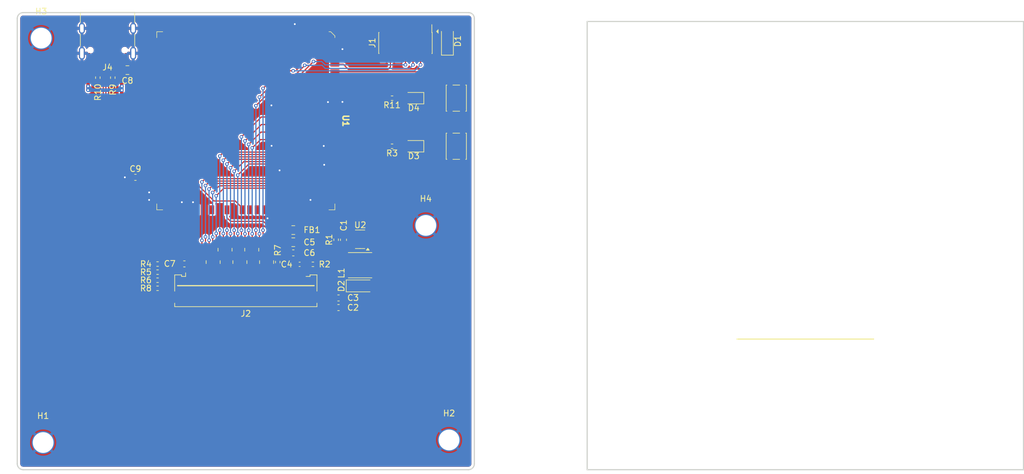
<source format=kicad_pcb>
(kicad_pcb (version 20240108) (generator "pcbnew") (generator_version "8.0")
  (layers (0 "F.Cu" signal) (31 "B.Cu" signal) (34 "B.Paste" user) (35 "F.Paste" user) (36 "B.SilkS" user "B.Silkscreen") (37 "F.SilkS" user "F.Silkscreen") (38 "B.Mask" user) (39 "F.Mask" user) (44 "Edge.Cuts" user))
  (net 0 "")
  (net 1 "+5V")
  (net 2 "GND")
  (net 3 "/LED_A")
  (net 4 "/LED_K")
  (net 5 "Net-(D1-A)")
  (net 6 "Net-(D2-A)")
  (net 7 "/LCD_G7")
  (net 8 "/LCD_B4")
  (net 9 "/LCD_TP_INT")
  (net 10 "/LCD_G6")
  (net 11 "/LCD_R4")
  (net 12 "/LCD_CLK")
  (net 13 "/LCD_DE")
  (net 14 "/LCD_G4")
  (net 15 "/LCD_G5")
  (net 16 "/LCD_TP_SCL")
  (net 17 "/LCD_HSYNC")
  (net 18 "/LCD_TP_RST")
  (net 19 "/LCD_R5")
  (net 20 "/LCD_G2")
  (net 21 "/LCD_R7")
  (net 22 "+3V3")
  (net 23 "/LCD_B3")
  (net 24 "/LCD_G3")
  (net 25 "/LCD_R6")
  (net 26 "/LCD_TP_SDA")
  (net 27 "/LCD_B6")
  (net 28 "/LCD_VSYNC")
  (net 29 "/LCD_RST")
  (net 30 "/LCD_SPI_CS")
  (net 31 "/LCD_SPI_CLK")
  (net 32 "/LCD_B5")
  (net 33 "/LCD_R3")
  (net 34 "/LCD_SPI_DAT")
  (net 35 "/LCD_B7")
  (net 36 "/SWO")
  (net 37 "/SWDIO")
  (net 38 "/SWCLK")
  (net 39 "/RESET")
  (net 40 "/VCP_RX")
  (net 41 "/VCP_TX")
  (net 42 "/LCD_BLK")
  (net 43 "/BOOT0")
  (net 46 "/USB_DP")
  (net 56 "VBAT")
  (net 58 "/USB_DN")
  (net 74 "/USB_VBUS_DET")
  (net 80 "/G5")
  (net 81 "/G6")
  (net 82 "/B3")
  (net 83 "/G7")
  (net 84 "/B4")
  (net 85 "/B6")
  (net 86 "/B5")
  (net 87 "/B7")
  (net 88 "/G3")
  (net 89 "/G2")
  (net 90 "/R7")
  (net 91 "/G4")
  (net 92 "/R4")
  (net 93 "/R3")
  (net 94 "/R5")
  (net 95 "/R6")
  (net 96 "/R2")
  (net 97 "/G1")
  (net 98 "/R1")
  (net 99 "/G0")
  (net 100 "/B2")
  (net 101 "/B1")
  (net 102 "/R0")
  (net 103 "/B0")
  (net 109 "Net-(RN4-R1.2)")
  (net 110 "Net-(RN4-R2.2)")
  (net 111 "Net-(RN4-R4.2)")
  (net 112 "Net-(RN4-R3.2)")
  (net 113 "VDD_LCD")
  (net 114 "Net-(J4-CC2)")
  (net 115 "VBUS")
  (net 118 "Net-(J4-CC1)")
  (net 119 "Net-(D3-A)")
  (net 120 "Net-(D4-A)")
  (net 121 "/LED0")
  (net 122 "/LED1")
  (footprint "Capacitor_SMD:C_0603_1608Metric" (layer "F.Cu") (at 160.1705 106.9594)
    (property "Reference" "C3")
    (property "Value" "1u")
  )
  (footprint "Capacitor_SMD:C_0603_1608Metric" (layer "F.Cu") (at 160.1705 108.585)
    (property "Reference" "C2")
    (property "Value" "1u")
  )
  (footprint "Button_Switch_SMD:SW_SPST_PTS810" (layer "F.Cu") (at 180.0098 81.407 90)
    (property "Reference" "SW1" (hide yes))
    (property "Value" "BOOT0")
  )
  (footprint "Capacitor_SMD:C_0603_1608Metric" (layer "F.Cu") (at 152.5524 99.3648)
    (property "Reference" "C6")
    (property "Value" "100n")
  )
  (footprint "MountingHole:MountingHole_3.5mm_Pad_TopOnly" (layer "F.Cu") (at 110.0836 63.1952)
    (property "Reference" "H3")
    (property "Value" "MountingHole_Pad")
  )
  (footprint "Resistor_SMD:R_0402_1005Metric" (layer "F.Cu") (at 122.1486 69.85 90)
    (property "Reference" "R9")
    (property "Value" "5K1")
  )
  (footprint "Package_TO_SOT_SMD:SOT-23-5" (layer "F.Cu") (at 163.8046 97.0788 180)
    (property "Reference" "U2")
    (property "Value" "TPS61169")
  )
  (footprint "MountingHole:MountingHole_3.5mm_Pad_TopOnly" (layer "F.Cu") (at 178.7906 130.8862)
    (property "Reference" "H2")
    (property "Value" "MountingHole_Pad")
  )
  (footprint "Resistor_SMD:R_0402_1005Metric" (layer "F.Cu") (at 129.6924 102.607533)
    (property "Reference" "R5")
    (property "Value" "2K2")
  )
  (footprint "Capacitor_SMD:C_0603_1608Metric" (layer "F.Cu") (at 134.2072 101.219 180)
    (property "Reference" "C7")
    (property "Value" "100n")
  )
  (footprint "Resistor_SMD:R_0402_1005Metric" (layer "F.Cu") (at 169.1914 73.3044 180)
    (property "Reference" "R11")
    (property "Value" "2K")
  )
  (footprint "Capacitor_SMD:C_0402_1005Metric" (layer "F.Cu") (at 153.6192 101.2952 180)
    (property "Reference" "C4")
    (property "Value" "100n")
  )
  (footprint "Resistor_SMD:R_0402_1005Metric" (layer "F.Cu") (at 129.6924 105.3338)
    (property "Reference" "R8")
    (property "Value" "10K")
  )
  (footprint "Button_Switch_SMD:SW_SPST_PTS810" (layer "F.Cu") (at 180.0098 73.3044 90)
    (property "Reference" "SW2" (hide yes))
    (property "Value" "RST")
  )
  (footprint "Resistor_SMD:R_0402_1005Metric" (layer "F.Cu") (at 129.6924 101.2444)
    (property "Reference" "R4")
    (property "Value" "10K")
  )
  (footprint "Inductor_SMD:L_Abracon_ASPI-4030S" (layer "F.Cu") (at 163.8046 101.4476)
    (property "Reference" "L1")
    (property "Value" "6.8u")
  )
  (footprint "Capacitor_SMD:C_0805_2012Metric" (layer "F.Cu") (at 152.5524 97.5721)
    (property "Reference" "C5")
    (property "Value" "10u")
  )
  (footprint "Capacitor_SMD:C_0603_1608Metric" (layer "F.Cu") (at 161.0087 97.1663 90)
    (property "Reference" "C1")
    (property "Value" "10u")
  )
  (footprint "MountingHole:MountingHole_3.5mm_Pad_TopOnly" (layer "F.Cu") (at 110.4138 131.318)
    (property "Reference" "H1")
    (property "Value" "MountingHole_Pad")
  )
  (footprint "Connector_PinHeader_1.27mm:PinHeader_2x07_P1.27mm_Vertical_SMD" (layer "F.Cu") (at 171.45 64.0128 -90)
    (property "Reference" "J1")
    (property "Value" "SWD")
  )
  (footprint "Resistor_SMD:R_Array_Convex_4x0402" (layer "F.Cu") (at 145.5572 98.8314 90)
    (property "Reference" "RN5" (hide yes))
    (property "Value" "22")
  )
  (footprint "Resistor_SMD:R_0402_1005Metric" (layer "F.Cu") (at 159.7641 97.155 90)
    (property "Reference" "R1")
    (property "Value" "10K")
  )
  (footprint "Diode_SMD:D_SOD-123" (layer "F.Cu") (at 178.5112 63.7032 90)
    (property "Reference" "D1")
    (property "Value" "NSR0320MW2T1G")
  )
  (footprint "Resistor_SMD:R_0402_1005Metric" (layer "F.Cu") (at 119.634 69.85 90)
    (property "Reference" "R10")
    (property "Value" "5K1")
  )
  (footprint "LED_SMD:LED_0805_2012Metric" (layer "F.Cu") (at 172.8514 73.3044 180)
    (property "Reference" "D4")
    (property "Value" "LED")
  )
  (footprint "Resistor_SMD:R_Array_Convex_4x0402" (layer "F.Cu") (at 143.5572 100.9222 90)
    (property "Reference" "RN3" (hide yes))
    (property "Value" "22")
  )
  (footprint "Capacitor_SMD:C_0603_1608Metric" (layer "F.Cu") (at 125.9586 86.6394 180)
    (property "Reference" "C9")
    (property "Value" "100n")
  )
  (footprint "Capacitor_SMD:C_0805_2012Metric" (layer "F.Cu") (at 152.5524 95.5294 180)
    (property "Reference" "FB1")
    (property "Value" "600R/100MHz")
  )
  (footprint "LED_SMD:LED_0805_2012Metric" (layer "F.Cu") (at 172.8514 81.407 180)
    (property "Reference" "D3")
    (property "Value" "LED")
  )
  (footprint "Resistor_SMD:R_0402_1005Metric" (layer "F.Cu") (at 155.8544 101.2952)
    (property "Reference" "R2")
    (property "Value" "6.8R")
  )
  (footprint "Resistor_SMD:R_0402_1005Metric" (layer "F.Cu") (at 149.9362 100.9142 -90)
    (property "Reference" "R7")
    (property "Value" "10K")
  )
  (footprint "Resistor_SMD:R_0402_1005Metric" (layer "F.Cu") (at 129.6924 103.970666)
    (property "Reference" "R6")
    (property "Value" "2K2")
  )
  (footprint "Capacitor_SMD:C_0805_2012Metric" (layer "F.Cu") (at 124.6116 68.58)
    (property "Reference" "C8")
    (property "Value" "4u7")
  )
  (footprint "siplex:siplex-som-s16" (layer "F.Cu") (at 144.5572 77.1144 -90)
    (property "Reference" "U1")
    (property "Value" "siplex-som-s16")
  )
  (footprint "Resistor_SMD:R_0402_1005Metric" (layer "F.Cu") (at 169.1914 81.407 180)
    (property "Reference" "R3")
    (property "Value" "2K")
  )
  (footprint "Diode_SMD:D_SOD-123" (layer "F.Cu") (at 163.8271 104.9274)
    (property "Reference" "D2")
    (property "Value" "MBR0540")
  )
  (footprint "Connector_FFC-FPC:Omron_XF2M-4015-1A_1x40-1MP_P0.5mm_Horizontal" (layer "F.Cu") (at 144.5572 104.9754)
    (property "Reference" "J2")
    (property "Value" "Conn_01x40_MountingPin")
  )
  (footprint "Connector_USB:USB_C_Receptacle_G-Switch_GT-USB-7010ASV" (layer "F.Cu") (at 121.2616 62.6192 180)
    (property "Reference" "J4")
    (property "Value" "USB_C_Receptacle_USB2.0_16P")
  )
  (footprint "Resistor_SMD:R_Array_Convex_4x0402" (layer "F.Cu") (at 148.0572 100.9222 90)
    (property "Reference" "RN4" (hide yes))
    (property "Value" "22")
  )
  (footprint "Resistor_SMD:R_Array_Convex_4x0402" (layer "F.Cu") (at 139.0572 100.9222 90)
    (property "Reference" "RN1" (hide yes))
    (property "Value" "22")
  )
  (footprint "MountingHole:MountingHole_3.5mm_Pad_TopOnly" (layer "F.Cu") (at 174.879 94.742)
    (property "Reference" "H4")
    (property "Value" "MountingHole_Pad")
  )
  (footprint "Resistor_SMD:R_Array_Convex_4x0402" (layer "F.Cu") (at 141.0572 98.8314 90)
    (property "Reference" "RN2" (hide yes))
    (property "Value" "22")
  )
  (gr_line (start 227.3072 113.89) (end 250.3072 113.89) (stroke (width 0.2)) (layer "F.SilkS"))
  (gr_poly (pts (xy 177.0126 62.4692) (xy 177.0126 61.6564) (xy 176.6062 62.0628)) (fill solid) (layer "F.SilkS"))
  (gr_line (start 133.0572 104.89) (end 156.0572 104.89) (stroke (width 0.2)) (layer "F.SilkS"))
  (gr_line (start 183.0572 59.89) (end 183.0572 134.89) (stroke (width 0.2)) (layer "Edge.Cuts"))
  (gr_line (start 275.5572 60.39) (end 275.5572 135.89) (stroke (width 0.2)) (layer "Edge.Cuts"))
  (gr_arc (start 183.0572 134.89) (mid 182.764307 135.597107) (end 182.0572 135.89) (stroke (width 0.2)) (layer "Edge.Cuts"))
  (gr_line (start 182.0572 135.89) (end 107.0572 135.89) (stroke (width 0.2)) (layer "Edge.Cuts"))
  (gr_arc (start 107.0572 135.89) (mid 106.350093 135.597107) (end 106.0572 134.89) (stroke (width 0.2)) (layer "Edge.Cuts"))
  (gr_line (start 275.5572 135.89) (end 202.0572 135.89) (stroke (width 0.2)) (layer "Edge.Cuts"))
  (gr_arc (start 106.0572 59.89) (mid 106.350093 59.182893) (end 107.0572 58.89) (stroke (width 0.2)) (layer "Edge.Cuts"))
  (gr_line (start 275.5572 60.39) (end 202.0572 60.39) (stroke (width 0.2)) (layer "Edge.Cuts"))
  (gr_line (start 106.0572 59.89) (end 106.0572 134.89) (stroke (width 0.2)) (layer "Edge.Cuts"))
  (gr_line (start 182.0572 58.89) (end 107.0572 58.89) (stroke (width 0.2)) (layer "Edge.Cuts"))
  (gr_line (start 202.0572 60.39) (end 202.0572 135.89) (stroke (width 0.2)) (layer "Edge.Cuts"))
  (gr_arc (start 182.0572 58.89) (mid 182.764307 59.182893) (end 183.0572 59.89) (stroke (width 0.2)) (layer "Edge.Cuts"))
  (via (at 148.8948 81.3308) (size 0.6) (drill 0.3) (layers "F.Cu" "B.Cu") (net 2))
  (via (at 133.7818 90.8304) (size 0.6) (drill 0.3) (layers "F.Cu" "B.Cu") (net 2))
  (via (at 128.27 90.4494) (size 0.6) (drill 0.3) (layers "F.Cu" "B.Cu") (net 2))
  (via (at 160.8328 73.9394) (size 0.6) (drill 0.3) (layers "F.Cu" "B.Cu") (net 2))
  (via (at 124.1806 86.6394) (size 0.6) (drill 0.3) (layers "F.Cu" "B.Cu") (net 2))
  (via (at 158.3944 73.9648) (size 0.6) (drill 0.3) (layers "F.Cu" "B.Cu") (net 2))
  (via (at 155.448 90.4494) (size 0.6) (drill 0.3) (layers "F.Cu" "B.Cu") (net 2))
  (via (at 160.8328 65.0494) (size 0.6) (drill 0.3) (layers "F.Cu" "B.Cu") (net 2))
  (via (at 150.241 85.471) (size 0.6) (drill 0.3) (layers "F.Cu" "B.Cu") (net 2))
  (via (at 128.27 89.1794) (size 0.6) (drill 0.3) (layers "F.Cu" "B.Cu") (net 2))
  (via (at 135.6614 90.8304) (size 0.6) (drill 0.3) (layers "F.Cu" "B.Cu") (net 2))
  (via (at 157.6832 81.3562) (size 0.6) (drill 0.3) (layers "F.Cu" "B.Cu") (net 2))
  (via (at 157.7594 84.5312) (size 0.6) (drill 0.3) (layers "F.Cu" "B.Cu") (net 2))
  (via (at 152.8064 60.833) (size 0.6) (drill 0.3) (layers "F.Cu" "B.Cu") (net 2))
  (via (at 148.209 93.5482) (size 0.6) (drill 0.3) (layers "F.Cu" "B.Cu") (net 2))
  (via (at 148.8694 74.5236) (size 0.6) (drill 0.3) (layers "F.Cu" "B.Cu") (net 2))
  (segment (start 153.8072 101.5872) (end 154.0992 101.2952) (width 0.25) (layer "F.Cu") (net 4))
  (segment (start 153.8072 103.8504) (end 153.8072 102.9254) (width 0.25) (layer "F.Cu") (net 4))
  (segment (start 154.0992 101.2952) (end 155.3444 101.2952) (width 0.25) (layer "F.Cu") (net 4))
  (segment (start 153.8072 102.9254) (end 153.8072 101.5872) (width 0.25) (layer "F.Cu") (net 4))
  (segment (start 153.3072 102.9254) (end 153.3072 103.828) (width 0.25) (layer "F.Cu") (net 4))
  (segment (start 153.3072 103.828) (end 153.4668 103.9876) (width 0.25) (layer "F.Cu") (net 4))
  (segment (start 153.4668 103.9876) (end 153.67 103.9876) (width 0.25) (layer "F.Cu") (net 4))
  (segment (start 153.67 103.9876) (end 153.8072 103.8504) (width 0.25) (layer "F.Cu") (net 4))
  (segment (start 140.8072 100.463543) (end 140.8072 99.3314) (width 0.2) (layer "F.Cu") (net 7))
  (segment (start 141.3072 100.963543) (end 140.8072 100.463543) (width 0.2) (layer "F.Cu") (net 7))
  (segment (start 141.3072 102.9254) (end 141.3072 100.963543) (width 0.2) (layer "F.Cu") (net 7))
  (segment (start 145.8072 102.9254) (end 145.8072 99.3314) (width 0.2) (layer "F.Cu") (net 8))
  (segment (start 130.2024 105.3338) (end 135.8646 105.3338) (width 0.2) (layer "F.Cu") (net 9))
  (segment (start 137.3072 103.8912) (end 137.3072 102.9254) (width 0.2) (layer "F.Cu") (net 9))
  (segment (start 135.8646 105.3338) (end 137.3072 103.8912) (width 0.2) (layer "F.Cu") (net 9))
  (segment (start 141.3072 100.397857) (end 141.3072 99.3314) (width 0.2) (layer "F.Cu") (net 10))
  (segment (start 141.8072 100.897857) (end 141.3072 100.397857) (width 0.2) (layer "F.Cu") (net 10))
  (segment (start 141.8072 102.9254) (end 141.8072 100.897857) (width 0.2) (layer "F.Cu") (net 10))
  (segment (start 139.8072 102.9254) (end 139.8072 101.4222) (width 0.2) (layer "F.Cu") (net 11))
  (segment (start 148.8072 102.9254) (end 148.8072 101.4222) (width 0.2) (layer "F.Cu") (net 12))
  (segment (start 148.3072 102.9254) (end 148.3072 101.4222) (width 0.2) (layer "F.Cu") (net 13))
  (segment (start 142.8072 102.9254) (end 142.8072 101.4222) (width 0.2) (layer "F.Cu") (net 14))
  (segment (start 142.3072 102.9254) (end 142.3072 100.832171) (width 0.2) (layer "F.Cu") (net 15))
  (segment (start 141.8072 100.332171) (end 141.8072 99.3314) (width 0.2) (layer "F.Cu") (net 15))
  (segment (start 142.3072 100.832171) (end 141.8072 100.332171) (width 0.2) (layer "F.Cu") (net 15))
  (segment (start 132.9056 104.5338) (end 130.979333 102.607533) (width 0.2) (layer "F.Cu") (net 16))
  (segment (start 136.3072 103.759828) (end 135.533228 104.5338) (width 0.2) (layer "F.Cu") (net 16))
  (segment (start 135.533228 104.5338) (end 132.9056 104.5338) (width 0.2) (layer "F.Cu") (net 16))
  (segment (start 130.979333 102.607533) (end 130.2024 102.607533) (width 0.2) (layer "F.Cu") (net 16))
  (segment (start 136.3072 102.9254) (end 136.3072 103.759828) (width 0.2) (layer "F.Cu") (net 16))
  (segment (start 147.3072 102.9254) (end 147.3072 101.4222) (width 0.2) (layer "F.Cu") (net 17))
  (segment (start 130.7592 101.2444) (end 133.6486 104.1338) (width 0.2) (layer "F.Cu") (net 18))
  (segment (start 130.2024 101.2444) (end 130.7592 101.2444) (width 0.2) (layer "F.Cu") (net 18))
  (segment (start 135.367542 104.1338) (end 135.8072 103.694142) (width 0.2) (layer "F.Cu") (net 18))
  (segment (start 135.8072 103.694142) (end 135.8072 102.9254) (width 0.2) (layer "F.Cu") (net 18))
  (segment (start 133.6486 104.1338) (end 135.367542 104.1338) (width 0.2) (layer "F.Cu") (net 18))
  (segment (start 139.3072 102.9254) (end 139.3072 101.4222) (width 0.2) (layer "F.Cu") (net 19))
  (segment (start 143.8072 102.9254) (end 143.8072 101.4222) (width 0.2) (layer "F.Cu") (net 20))
  (segment (start 138.3072 102.9254) (end 138.3072 101.4222) (width 0.2) (layer "F.Cu") (net 21))
  (segment (start 135.3072 102.9254) (end 135.3072 101.544) (width 0.25) (layer "F.Cu") (net 22))
  (segment (start 135.3072 101.544) (end 134.9822 101.219) (width 0.25) (layer "F.Cu") (net 22))
  (segment (start 146.3072 102.9254) (end 146.3072 99.3314) (width 0.2) (layer "F.Cu") (net 23))
  (segment (start 143.3072 102.9254) (end 143.3072 101.4222) (width 0.2) (layer "F.Cu") (net 24))
  (segment (start 138.8072 102.9254) (end 138.8072 101.4222) (width 0.2) (layer "F.Cu") (net 25))
  (segment (start 135.698914 104.9338) (end 136.8072 103.825514) (width 0.2) (layer "F.Cu") (net 26))
  (segment (start 131.77678 103.970666) (end 132.739914 104.9338) (width 0.2) (layer "F.Cu") (net 26))
  (segment (start 132.739914 104.9338) (end 135.698914 104.9338) (width 0.2) (layer "F.Cu") (net 26))
  (segment (start 136.8072 103.825514) (end 136.8072 102.9254) (width 0.2) (layer "F.Cu") (net 26))
  (segment (start 130.2024 103.970666) (end 131.77678 103.970666) (width 0.2) (layer "F.Cu") (net 26))
  (segment (start 144.8072 102.9254) (end 144.8072 99.3314) (width 0.2) (layer "F.Cu") (net 27))
  (segment (start 147.8072 102.9254) (end 147.8072 101.4222) (width 0.2) (layer "F.Cu") (net 28))
  (segment (start 151.4876 101.4242) (end 151.8072 101.7438) (width 0.2) (layer "F.Cu") (net 29))
  (segment (start 151.8072 101.7438) (end 151.8072 102.9254) (width 0.2) (layer "F.Cu") (net 29))
  (segment (start 149.9362 101.4242) (end 151.4876 101.4242) (width 0.2) (layer "F.Cu") (net 29))
  (segment (start 145.3072 102.9254) (end 145.3072 99.3314) (width 0.2) (layer "F.Cu") (net 32))
  (segment (start 140.3072 102.9254) (end 140.3072 99.3314) (width 0.2) (layer "F.Cu") (net 33))
  (segment (start 144.3072 102.9254) (end 144.3072 101.4222) (width 0.2) (layer "F.Cu") (net 35))
  (segment (start 139.192 90.6272) (end 142.785 90.6272) (width 0.2) (layer "F.Cu") (net 36))
  (segment (start 148.579671 69.6976) (end 136.5634 81.713871) (width 0.2) (layer "F.Cu") (net 36))
  (segment (start 136.5634 87.9986) (end 139.192 90.6272) (width 0.2) (layer "F.Cu") (net 36))
  (segment (start 155.956 67.1322) (end 153.3906 69.6976) (width 0.2) (layer "F.Cu") (net 36))
  (segment (start 136.5634 81.713871) (end 136.5634 87.9986) (width 0.2) (layer "F.Cu") (net 36))
  (segment (start 153.3906 69.6976) (end 148.579671 69.6976) (width 0.2) (layer "F.Cu") (net 36))
  (segment (start 171.45 65.9628) (end 171.45 67.691) (width 0.2) (layer "F.Cu") (net 36))
  (segment (start 143.9222 91.7644) (end 143.9222 92.1144) (width 0.2) (layer "F.Cu") (net 36))
  (segment (start 142.785 90.6272) (end 143.9222 91.7644) (width 0.2) (layer "F.Cu") (net 36))
  (via (at 155.956 67.1322) (size 0.6) (drill 0.3) (layers "F.Cu" "B.Cu") (net 36))
  (via (at 171.45 67.691) (size 0.6) (drill 0.3) (layers "F.Cu" "B.Cu") (net 36))
  (segment (start 171.45 67.691) (end 157.889843 67.691) (width 0.2) (layer "B.Cu") (net 36))
  (segment (start 157.331043 67.1322) (end 155.956 67.1322) (width 0.2) (layer "B.Cu") (net 36))
  (segment (start 157.889843 67.691) (end 157.331043 67.1322) (width 0.2) (layer "B.Cu") (net 36))
  (segment (start 148.4483 68.6976) (end 135.7634 81.3825) (width 0.2) (layer "F.Cu") (net 37))
  (segment (start 135.7634 81.3825) (end 135.7634 85.051315) (width 0.2) (layer "F.Cu") (net 37))
  (segment (start 135.7634 85.051315) (end 131.2222 89.592515) (width 0.2) (layer "F.Cu") (net 37))
  (segment (start 173.99 65.9628) (end 173.99 67.691) (width 0.2) (layer "F.Cu") (net 37))
  (segment (start 131.2222 89.592515) (end 131.2222 92.1144) (width 0.2) (layer "F.Cu") (net 37))
  (segment (start 152.5334 68.6976) (end 148.4483 68.6976) (width 0.2) (layer "F.Cu") (net 37))
  (via (at 173.99 67.691) (size 0.6) (drill 0.3) (layers "F.Cu" "B.Cu") (net 37))
  (via (at 152.5334 68.6976) (size 0.6) (drill 0.3) (layers "F.Cu" "B.Cu") (net 37))
  (segment (start 172.9834 68.6976) (end 173.99 67.691) (width 0.2) (layer "B.Cu") (net 37))
  (segment (start 152.5334 68.6976) (end 172.9834 68.6976) (width 0.2) (layer "B.Cu") (net 37))
  (segment (start 152.981929 69.2976) (end 148.413985 69.2976) (width 0.2) (layer "F.Cu") (net 38))
  (segment (start 148.413985 69.2976) (end 136.1634 81.548185) (width 0.2) (layer "F.Cu") (net 38))
  (segment (start 136.1634 85.217) (end 132.4922 88.8882) (width 0.2) (layer "F.Cu") (net 38))
  (segment (start 154.464935 67.814594) (end 152.981929 69.2976) (width 0.2) (layer "F.Cu") (net 38))
  (segment (start 172.72 65.9628) (end 172.72 67.691) (width 0.2) (layer "F.Cu") (net 38))
  (segment (start 154.464935 67.774735) (end 154.464935 67.814594) (width 0.2) (layer "F.Cu") (net 38))
  (segment (start 136.1634 81.548185) (end 136.1634 85.217) (width 0.2) (layer "F.Cu") (net 38))
  (segment (start 132.4922 88.8882) (end 132.4922 92.1144) (width 0.2) (layer "F.Cu") (net 38))
  (via (at 172.72 67.691) (size 0.6) (drill 0.3) (layers "F.Cu" "B.Cu") (net 38))
  (via (at 154.464935 67.774735) (size 0.6) (drill 0.3) (layers "F.Cu" "B.Cu") (net 38))
  (segment (start 157.930757 68.2976) (end 172.1134 68.2976) (width 0.2) (layer "B.Cu") (net 38))
  (segment (start 172.1134 68.2976) (end 172.72 67.691) (width 0.2) (layer "B.Cu") (net 38))
  (segment (start 157.407892 67.774735) (end 157.930757 68.2976) (width 0.2) (layer "B.Cu") (net 38))
  (segment (start 154.464935 67.774735) (end 157.407892 67.774735) (width 0.2) (layer "B.Cu") (net 38))
  (segment (start 168.91 64.389) (end 169.2402 64.0588) (width 0.2) (layer "F.Cu") (net 39))
  (segment (start 160.9598 67.5894) (end 161.8298 68.4594) (width 0.2) (layer "F.Cu") (net 39))
  (segment (start 180.2892 64.8462) (end 180.2892 68.9102) (width 0.2) (layer "F.Cu") (net 39))
  (segment (start 178.9348 70.2646) (end 178.9348 71.2294) (width 0.2) (layer "F.Cu") (net 39))
  (segment (start 179.5018 64.0588) (end 180.2892 64.8462) (width 0.2) (layer "F.Cu") (net 39))
  (segment (start 180.2892 68.9102) (end 178.9348 70.2646) (width 0.2) (layer "F.Cu") (net 39))
  (segment (start 159.5572 67.5894) (end 160.9598 67.5894) (width 0.2) (layer "F.Cu") (net 39))
  (segment (start 168.4972 68.4594) (end 168.91 68.0466) (width 0.2) (layer "F.Cu") (net 39))
  (segment (start 161.8298 68.4594) (end 168.4972 68.4594) (width 0.2) (layer "F.Cu") (net 39))
  (segment (start 178.9348 71.2294) (end 178.9348 75.3794) (width 0.2) (layer "F.Cu") (net 39))
  (segment (start 169.2402 64.0588) (end 179.5018 64.0588) (width 0.2) (layer "F.Cu") (net 39))
  (segment (start 168.91 68.0466) (end 168.91 65.9628) (width 0.2) (layer "F.Cu") (net 39))
  (segment (start 168.91 65.9628) (end 168.91 64.389) (width 0.2) (layer "F.Cu") (net 39))
  (segment (start 178.9348 77.03) (end 178.9348 79.332) (width 0.2) (layer "F.Cu") (net 43))
  (segment (start 159.5572 68.8594) (end 174.9298 68.8594) (width 0.2) (layer "F.Cu") (net 43))
  (segment (start 178.3098 76.405) (end 178.9348 77.03) (width 0.2) (layer "F.Cu") (net 43))
  (segment (start 178.9348 83.482) (end 178.9348 79.332) (width 0.2) (layer "F.Cu") (net 43))
  (segment (start 174.9298 68.8594) (end 178.3098 72.2394) (width 0.2) (layer "F.Cu") (net 43))
  (segment (start 178.3098 72.2394) (end 178.3098 76.405) (width 0.2) (layer "F.Cu") (net 43))
  (segment (start 136.3022 92.1144) (end 136.3022 93.239401) (width 0.2) (layer "F.Cu") (net 46))
  (segment (start 121.2404 65.2272) (end 121.5116 65.4984) (width 0.2) (layer "F.Cu") (net 46))
  (segment (start 120.7586 65.2272) (end 121.2404 65.2272) (width 0.2) (layer "F.Cu") (net 46))
  (segment (start 136.3022 93.239401) (end 135.8922 93.649401) (width 0.2) (layer "F.Cu") (net 46))
  (segment (start 120.5116 65.4742) (end 120.7586 65.2272) (width 0.2) (layer "F.Cu") (net 46))
  (segment (start 120.5116 67.274201) (end 120.5116 66.3442) (width 0.2) (layer "F.Cu") (net 46))
  (segment (start 120.5366 67.299201) (end 120.5116 67.274201) (width 0.2) (layer "F.Cu") (net 46))
  (segment (start 124.2906 96.3132) (end 120.5366 92.5592) (width 0.2) (layer "F.Cu") (net 46))
  (segment (start 120.5116 66.3442) (end 120.5116 65.4742) (width 0.2) (layer "F.Cu") (net 46))
  (segment (start 121.5116 65.4984) (end 121.5116 66.3442) (width 0.2) (layer "F.Cu") (net 46))
  (segment (start 135.8922 93.649401) (end 135.8922 94.9818) (width 0.2) (layer "F.Cu") (net 46))
  (segment (start 135.8922 94.9818) (end 134.5608 96.3132) (width 0.2) (layer "F.Cu") (net 46))
  (segment (start 134.5608 96.3132) (end 124.2906 96.3132) (width 0.2) (layer "F.Cu") (net 46))
  (segment (start 120.5366 92.5592) (end 120.5366 67.299201) (width 0.2) (layer "F.Cu") (net 46))
  (segment (start 123.098377 94.484577) (end 123.592059 94.978259) (width 0.2) (layer "F.Cu") (net 58))
  (segment (start 124.477 95.8632) (end 134.3744 95.8632) (width 0.2) (layer "F.Cu") (net 58))
  (segment (start 122.993724 94.379925) (end 123.098377 94.484577) (width 0.2) (layer "F.Cu") (net 58))
  (segment (start 123.592059 94.978259) (end 124.477 95.8632) (width 0.2) (layer "F.Cu") (net 58))
  (segment (start 121.0116 67.274201) (end 120.9866 67.299201) (width 0.2) (layer "F.Cu") (net 58))
  (segment (start 123.281965 93.673078) (end 122.993723 93.961317) (width 0.2) (layer "F.Cu") (net 58))
  (segment (start 120.9866 67.299201) (end 120.9866 92.3728) (width 0.2) (layer "F.Cu") (net 58))
  (segment (start 135.0322 93.239401) (end 135.0322 92.1144) (width 0.2) (layer "F.Cu") (net 58))
  (segment (start 121.0116 66.3442) (end 121.0116 67.274201) (width 0.2) (layer "F.Cu") (net 58))
  (segment (start 120.9866 92.3728) (end 122.051859 93.438059) (width 0.2) (layer "F.Cu") (net 58))
  (segment (start 123.177314 93.149819) (end 123.281965 93.25447) (width 0.2) (layer "F.Cu") (net 58))
  (segment (start 135.4422 94.7954) (end 135.4422 93.649401) (width 0.2) (layer "F.Cu") (net 58))
  (segment (start 121.828799 67.274201) (end 122.0116 67.0914) (width 0.2) (layer "F.Cu") (net 58))
  (segment (start 135.4422 93.649401) (end 135.0322 93.239401) (width 0.2) (layer "F.Cu") (net 58))
  (segment (start 122.0116 67.0914) (end 122.0116 66.3442) (width 0.2) (layer "F.Cu") (net 58))
  (segment (start 134.3744 95.8632) (end 135.4422 94.7954) (width 0.2) (layer "F.Cu") (net 58))
  (segment (start 121.0116 67.274201) (end 121.828799 67.274201) (width 0.2) (layer "F.Cu") (net 58))
  (segment (start 122.470467 93.43806) (end 122.758706 93.149818) (width 0.2) (layer "F.Cu") (net 58))
  (arc (start 122.051859 93.438059) (mid 122.261163 93.524755) (end 122.470467 93.43806) (width 0.2) (layer "F.Cu") (net 58))
  (arc (start 123.281965 93.25447) (mid 123.368661 93.463773) (end 123.281965 93.673078) (width 0.2) (layer "F.Cu") (net 58))
  (arc (start 122.993723 93.961317) (mid 122.907028 94.170621) (end 122.993724 94.379925) (width 0.2) (layer "F.Cu") (net 58))
  (arc (start 122.758706 93.149818) (mid 122.96801 93.063123) (end 123.177314 93.149819) (width 0.2) (layer "F.Cu") (net 58))
  (segment (start 141.8072 97.463542) (end 141.462929 97.119271) (width 0.2) (layer "F.Cu") (net 80))
  (segment (start 141.373 95.5582) (end 141.3764 95.5548) (width 0.2) (layer "F.Cu") (net 80))
  (segment (start 141.8072 98.3314) (end 141.8072 97.463542) (width 0.2) (layer "F.Cu") (net 80))
  (segment (start 151.823658 83.1976) (end 156.535458 87.9094) (width 0.2) (layer "F.Cu") (net 80))
  (segment (start 141.373 97.029342) (end 141.373 96.012) (width 0.2) (layer "F.Cu") (net 80))
  (segment (start 142.583 83.1976) (end 151.823658 83.1976) (width 0.2) (layer "F.Cu") (net 80))
  (segment (start 156.535458 87.9094) (end 159.5572 87.9094) (width 0.2) (layer "F.Cu") (net 80))
  (segment (start 141.373 96.012) (end 141.373 95.5582) (width 0.2) (layer "F.Cu") (net 80))
  (segment (start 141.3764 84.4042) (end 142.583 83.1976) (width 0.2) (layer "F.Cu") (net 80))
  (segment (start 141.462929 97.119271) (end 141.373 97.029342) (width 0.2) (layer "F.Cu") (net 80))
  (via (at 141.3764 95.5548) (size 0.6) (drill 0.3) (layers "F.Cu" "B.Cu") (net 80))
  (via (at 141.3764 84.4042) (size 0.6) (drill 0.3) (layers "F.Cu" "B.Cu") (net 80))
  (segment (start 141.3764 84.4042) (end 141.3764 95.5548) (width 0.2) (layer "B.Cu") (net 80))
  (segment (start 141.3072 97.529228) (end 140.926086 97.148114) (width 0.2) (layer "F.Cu") (net 81))
  (segment (start 141.7446 82.7976) (end 151.989344 82.7976) (width 0.2) (layer "F.Cu") (net 81))
  (segment (start 155.831144 86.6394) (end 159.5572 86.6394) (width 0.2) (layer "F.Cu") (net 81))
  (segment (start 141.3072 98.3314) (end 141.3072 97.529228) (width 0.2) (layer "F.Cu") (net 81))
  (segment (start 151.989344 82.7976) (end 155.831144 86.6394) (width 0.2) (layer "F.Cu") (net 81))
  (segment (start 140.926086 97.148114) (end 140.773 96.995028) (width 0.2) (layer "F.Cu") (net 81))
  (segment (start 140.773 96.995028) (end 140.773 96.1136) (width 0.2) (layer "F.Cu") (net 81))
  (segment (start 140.773 83.7692) (end 141.7446 82.7976) (width 0.2) (layer "F.Cu") (net 81))
  (via (at 140.773 83.7692) (size 0.6) (drill 0.3) (layers "F.Cu" "B.Cu") (net 81))
  (via (at 140.773 96.1136) (size 0.6) (drill 0.3) (layers "F.Cu" "B.Cu") (net 81))
  (segment (start 140.773 83.7692) (end 140.773 96.1136) (width 0.2) (layer "B.Cu") (net 81))
  (segment (start 147.031 80.2894) (end 159.5572 80.2894) (width 0.2) (layer "F.Cu") (net 82))
  (segment (start 146.3072 97.620142) (end 145.844429 97.157371) (width 0.2) (layer "F.Cu") (net 82))
  (segment (start 146.3072 98.3314) (end 146.3072 97.620142) (width 0.2) (layer "F.Cu") (net 82))
  (segment (start 145.634 96.946942) (end 145.634 96.158486) (width 0.2) (layer "F.Cu") (net 82))
  (segment (start 145.634 81.6864) (end 147.031 80.2894) (width 0.2) (layer "F.Cu") (net 82))
  (segment (start 145.844429 97.157371) (end 145.634 96.946942) (width 0.2) (layer "F.Cu") (net 82))
  (via (at 145.634 81.6864) (size 0.6) (drill 0.3) (layers "F.Cu" "B.Cu") (net 82))
  (via (at 145.634 96.158486) (size 0.6) (drill 0.3) (layers "F.Cu" "B.Cu") (net 82))
  (segment (start 145.634 81.6864) (end 145.634 96.158486) (width 0.2) (layer "B.Cu") (net 82))
  (segment (start 152.1714 82.3976) (end 155.1432 85.3694) (width 0.2) (layer "F.Cu") (net 83))
  (segment (start 140.173 96.012) (end 140.173 95.557993) (width 0.2) (layer "F.Cu") (net 83))
  (segment (start 140.82419 82.3976) (end 152.1714 82.3976) (width 0.2) (layer "F.Cu") (net 83))
  (segment (start 155.1432 85.3694) (end 159.5572 85.3694) (width 0.2) (layer "F.Cu") (net 83))
  (segment (start 140.173 96.960714) (end 140.173 96.012) (width 0.2) (layer "F.Cu") (net 83))
  (segment (start 140.224143 97.011857) (end 140.173 96.960714) (width 0.2) (layer "F.Cu") (net 83))
  (segment (start 140.16379 83.058) (end 140.82419 82.3976) (width 0.2) (layer "F.Cu") (net 83))
  (segment (start 140.8072 97.594914) (end 140.224143 97.011857) (width 0.2) (layer "F.Cu") (net 83))
  (segment (start 140.173 95.557993) (end 140.16379 95.548783) (width 0.2) (layer "F.Cu") (net 83))
  (segment (start 140.8072 98.3314) (end 140.8072 97.594914) (width 0.2) (layer "F.Cu") (net 83))
  (via (at 140.16379 95.548783) (size 0.6) (drill 0.3) (layers "F.Cu" "B.Cu") (net 83))
  (via (at 140.16379 83.058) (size 0.6) (drill 0.3) (layers "F.Cu" "B.Cu") (net 83))
  (segment (start 140.16379 83.058) (end 140.16379 95.548783) (width 0.2) (layer "B.Cu") (net 83))
  (segment (start 147.1168 79.0194) (end 159.5572 79.0194) (width 0.2) (layer "F.Cu") (net 84))
  (segment (start 145.034 96.912628) (end 145.034 95.5548) (width 0.2) (layer "F.Cu") (net 84))
  (segment (start 145.8072 97.685828) (end 145.034 96.912628) (width 0.2) (layer "F.Cu") (net 84))
  (segment (start 145.8072 98.3314) (end 145.8072 97.685828) (width 0.2) (layer "F.Cu") (net 84))
  (segment (start 145.034 81.1022) (end 147.1168 79.0194) (width 0.2) (layer "F.Cu") (net 84))
  (via (at 145.034 81.1022) (size 0.6) (drill 0.3) (layers "F.Cu" "B.Cu") (net 84))
  (via (at 145.034 95.5548) (size 0.6) (drill 0.3) (layers "F.Cu" "B.Cu") (net 84))
  (segment (start 145.034 81.1022) (end 145.034 95.5548) (width 0.2) (layer "B.Cu") (net 84))
  (segment (start 143.8148 96.8248) (end 143.8148 95.5548) (width 0.2) (layer "F.Cu") (net 85))
  (segment (start 144.1196 97.1296) (end 143.8148 96.8248) (width 0.2) (layer "F.Cu") (net 85))
  (segment (start 143.8148 79.8322) (end 147.1676 76.4794) (width 0.2) (layer "F.Cu") (net 85))
  (segment (start 147.1676 76.4794) (end 159.5572 76.4794) (width 0.2) (layer "F.Cu") (net 85))
  (segment (start 144.8072 97.8172) (end 144.1196 97.1296) (width 0.2) (layer "F.Cu") (net 85))
  (segment (start 144.8072 98.3314) (end 144.8072 97.8172) (width 0.2) (layer "F.Cu") (net 85))
  (via (at 143.8148 79.8322) (size 0.6) (drill 0.3) (layers "F.Cu" "B.Cu") (net 85))
  (via (at 143.8148 95.5548) (size 0.6) (drill 0.3) (layers "F.Cu" "B.Cu") (net 85))
  (segment (start 143.8148 79.8322) (end 143.8148 95.5548) (width 0.2) (layer "B.Cu") (net 85))
  (segment (start 144.4148 80.518) (end 147.1834 77.7494) (width 0.2) (layer "F.Cu") (net 86))
  (segment (start 144.4148 96.859114) (end 144.4148 96.16026) (width 0.2) (layer "F.Cu") (net 86))
  (segment (start 145.3072 97.751514) (end 144.669143 97.113457) (width 0.2) (layer "F.Cu") (net 86))
  (segment (start 144.669143 97.113457) (end 144.4148 96.859114) (width 0.2) (layer "F.Cu") (net 86))
  (segment (start 147.1834 77.7494) (end 159.5572 77.7494) (width 0.2) (layer "F.Cu") (net 86))
  (segment (start 145.3072 98.3314) (end 145.3072 97.751514) (width 0.2) (layer "F.Cu") (net 86))
  (via (at 144.4148 80.518) (size 0.6) (drill 0.3) (layers "F.Cu" "B.Cu") (net 86))
  (via (at 144.4148 96.16026) (size 0.6) (drill 0.3) (layers "F.Cu" "B.Cu") (net 86))
  (segment (start 144.4148 80.518) (end 144.4148 96.16026) (width 0.2) (layer "B.Cu") (net 86))
  (segment (start 142.5956 85.6234) (end 144.2214 83.9976) (width 0.2) (layer "F.Cu") (net 88))
  (segment (start 143.3072 97.783514) (end 142.903843 97.380157) (width 0.2) (layer "F.Cu") (net 88))
  (segment (start 144.2214 83.9976) (end 151.492286 83.9976) (width 0.2) (layer "F.Cu") (net 88))
  (segment (start 142.903843 97.380157) (end 142.5956 97.071914) (width 0.2) (layer "F.Cu") (net 88))
  (segment (start 157.944086 90.4494) (end 159.5572 90.4494) (width 0.2) (layer "F.Cu") (net 88))
  (segment (start 143.3072 100.4222) (end 143.3072 97.783514) (width 0.2) (layer "F.Cu") (net 88))
  (segment (start 142.5956 97.071914) (end 142.5956 95.5548) (width 0.2) (layer "F.Cu") (net 88))
  (segment (start 151.492286 83.9976) (end 157.944086 90.4494) (width 0.2) (layer "F.Cu") (net 88))
  (via (at 142.5956 85.6234) (size 0.6) (drill 0.3) (layers "F.Cu" "B.Cu") (net 88))
  (via (at 142.5956 95.5548) (size 0.6) (drill 0.3) (layers "F.Cu" "B.Cu") (net 88))
  (segment (start 142.5956 85.6234) (end 142.5956 95.5548) (width 0.2) (layer "B.Cu") (net 88))
  (segment (start 143.472885 97.383514) (end 143.8072 97.717829) (width 0.2) (layer "F.Cu") (net 89))
  (segment (start 145.0662 84.3976) (end 151.3266 84.3976) (width 0.2) (layer "F.Cu") (net 89))
  (segment (start 151.3266 84.3976) (end 157.8922 90.9632) (width 0.2) (layer "F.Cu") (net 89))
  (segment (start 143.8072 97.717829) (end 143.8072 100.4222) (width 0.2) (layer "F.Cu") (net 89))
  (segment (start 143.1956 97.106228) (end 143.303843 97.214471) (width 0.2) (layer "F.Cu") (net 89))
  (segment (start 143.303843 97.214471) (end 143.472885 97.383514) (width 0.2) (layer "F.Cu") (net 89))
  (segment (start 157.8922 90.9632) (end 157.8922 92.1144) (width 0.2) (layer "F.Cu") (net 89))
  (segment (start 143.1956 96.120487) (end 143.1956 97.106228) (width 0.2) (layer "F.Cu") (net 89))
  (segment (start 143.1956 86.2682) (end 145.0662 84.3976) (width 0.2) (layer "F.Cu") (net 89))
  (via (at 143.1956 96.120487) (size 0.6) (drill 0.3) (layers "F.Cu" "B.Cu") (net 89))
  (via (at 143.1956 86.2682) (size 0.6) (drill 0.3) (layers "F.Cu" "B.Cu") (net 89))
  (segment (start 143.1956 86.2682) (end 143.1956 96.120487) (width 0.2) (layer "B.Cu") (net 89))
  (segment (start 138.3072 99.161058) (end 137.924371 98.778229) (width 0.2) (layer "F.Cu") (net 90))
  (segment (start 137.1634 87.4268) (end 137.722 86.8682) (width 0.2) (layer "F.Cu") (net 90))
  (segment (start 137.1634 98.017258) (end 137.1634 97.268792) (width 0.2) (layer "F.Cu") (net 90))
  (segment (start 137.924371 98.778229) (end 137.1634 98.017258) (width 0.2) (layer "F.Cu") (net 90))
  (segment (start 137.722 86.8682) (end 150.6476 86.8682) (width 0.2) (layer "F.Cu") (net 90))
  (segment (start 138.3072 100.4222) (end 138.3072 99.161058) (width 0.2) (layer "F.Cu") (net 90))
  (segment (start 150.6476 86.8682) (end 154.0822 90.3028) (width 0.2) (layer "F.Cu") (net 90))
  (segment (start 154.0822 90.3028) (end 154.0822 92.1144) (width 0.2) (layer "F.Cu") (net 90))
  (via (at 137.1634 87.4268) (size 0.6) (drill 0.3) (layers "F.Cu" "B.Cu") (net 90))
  (via (at 137.1634 97.268792) (size 0.6) (drill 0.3) (layers "F.Cu" "B.Cu") (net 90))
  (segment (start 137.1634 87.4268) (end 137.1634 97.268792) (width 0.2) (layer "B.Cu") (net 90))
  (segment (start 141.973 97.015) (end 141.973 96.139) (width 0.2) (layer "F.Cu") (net 91))
  (segment (start 142.8072 100.4222) (end 142.8072 97.8492) (width 0.2) (layer "F.Cu") (net 91))
  (segment (start 141.9764 85.0392) (end 143.418 83.5976) (width 0.2) (layer "F.Cu") (net 91))
  (segment (start 143.418 83.5976) (end 151.657972 83.5976) (width 0.2) (layer "F.Cu") (net 91))
  (segment (start 151.657972 83.5976) (end 157.239772 89.1794) (width 0.2) (layer "F.Cu") (net 91))
  (segment (start 157.239772 89.1794) (end 159.5572 89.1794) (width 0.2) (layer "F.Cu") (net 91))
  (segment (start 142.8072 97.8492) (end 141.973 97.015) (width 0.2) (layer "F.Cu") (net 91))
  (via (at 141.9764 85.0392) (size 0.6) (drill 0.3) (layers "F.Cu" "B.Cu") (net 91))
  (via (at 141.973 96.139) (size 0.6) (drill 0.3) (layers "F.Cu" "B.Cu") (net 91))
  (segment (start 141.9764 85.0392) (end 141.9764 96.1356) (width 0.2) (layer "B.Cu") (net 91))
  (segment (start 141.9764 96.1356) (end 141.973 96.139) (width 0.2) (layer "B.Cu") (net 91))
  (segment (start 149.363142 88.0682) (end 150.2722 88.977258) (width 0.2) (layer "F.Cu") (net 92))
  (segment (start 140.10039 88.0682) (end 149.363142 88.0682) (width 0.2) (layer "F.Cu") (net 92))
  (segment (start 138.96379 89.2048) (end 140.10039 88.0682) (width 0.2) (layer "F.Cu") (net 92))
  (segment (start 139.8072 98.964) (end 139.319 98.4758) (width 0.2) (layer "F.Cu") (net 92))
  (segment (start 138.973 98.1298) (end 138.973 96.688072) (width 0.2) (layer "F.Cu") (net 92))
  (segment (start 150.2722 88.977258) (end 150.2722 92.1144) (width 0.2) (layer "F.Cu") (net 92))
  (segment (start 139.8072 100.4222) (end 139.8072 98.964) (width 0.2) (layer "F.Cu") (net 92))
  (segment (start 139.319 98.4758) (end 138.973 98.1298) (width 0.2) (layer "F.Cu") (net 92))
  (via (at 138.96379 89.2048) (size 0.6) (drill 0.3) (layers "F.Cu" "B.Cu") (net 92))
  (via (at 138.973 96.688072) (size 0.6) (drill 0.3) (layers "F.Cu" "B.Cu") (net 92))
  (segment (start 138.96379 89.2048) (end 138.96379 96.678862) (width 0.2) (layer "B.Cu") (net 92))
  (segment (start 138.96379 96.678862) (end 138.973 96.688072) (width 0.2) (layer "B.Cu") (net 92))
  (segment (start 140.3072 98.3314) (end 140.3072 97.6606) (width 0.2) (layer "F.Cu") (net 93))
  (segment (start 140.3072 97.6606) (end 139.573 96.9264) (width 0.2) (layer "F.Cu") (net 93))
  (segment (start 140.85919 88.4682) (end 148.4376 88.4682) (width 0.2) (layer "F.Cu") (net 93))
  (segment (start 149.0022 89.0328) (end 149.0022 92.1144) (width 0.2) (layer "F.Cu") (net 93))
  (segment (start 139.573 96.9264) (end 139.573 96.0882) (width 0.2) (layer "F.Cu") (net 93))
  (segment (start 139.56379 89.7636) (end 140.85919 88.4682) (width 0.2) (layer "F.Cu") (net 93))
  (segment (start 148.4376 88.4682) (end 149.0022 89.0328) (width 0.2) (layer "F.Cu") (net 93))
  (via (at 139.56379 89.7636) (size 0.6) (drill 0.3) (layers "F.Cu" "B.Cu") (net 93))
  (via (at 139.573 96.0882) (size 0.6) (drill 0.3) (layers "F.Cu" "B.Cu") (net 93))
  (segment (start 139.56379 89.7636) (end 139.56379 96.07899) (width 0.2) (layer "B.Cu") (net 93))
  (segment (start 139.56379 96.07899) (end 139.573 96.0882) (width 0.2) (layer "B.Cu") (net 93))
  (segment (start 138.373 98.095486) (end 138.373 97.233135) (width 0.2) (layer "F.Cu") (net 94))
  (segment (start 151.5422 88.894172) (end 151.5422 92.1144) (width 0.2) (layer "F.Cu") (net 94))
  (segment (start 139.3072 99.029686) (end 139.086957 98.809443) (width 0.2) (layer "F.Cu") (net 94))
  (segment (start 150.316228 87.6682) (end 151.5422 88.894172) (width 0.2) (layer "F.Cu") (net 94))
  (segment (start 139.3158 87.6682) (end 150.316228 87.6682) (width 0.2) (layer "F.Cu") (net 94))
  (segment (start 139.086957 98.809443) (end 138.373 98.095486) (width 0.2) (layer "F.Cu") (net 94))
  (segment (start 139.3072 100.4222) (end 139.3072 99.029686) (width 0.2) (layer "F.Cu") (net 94))
  (segment (start 138.3634 88.6206) (end 139.3158 87.6682) (width 0.2) (layer "F.Cu") (net 94))
  (via (at 138.373 97.233135) (size 0.6) (drill 0.3) (layers "F.Cu" "B.Cu") (net 94))
  (via (at 138.3634 88.6206) (size 0.6) (drill 0.3) (layers "F.Cu" "B.Cu") (net 94))
  (segment (start 138.3634 88.6206) (end 138.3634 97.223535) (width 0.2) (layer "B.Cu") (net 94))
  (segment (start 138.3634 97.223535) (end 138.373 97.233135) (width 0.2) (layer "B.Cu") (net 94))
  (segment (start 138.8072 100.4222) (end 138.8072 99.095372) (width 0.2) (layer "F.Cu") (net 95))
  (segment (start 150.481914 87.2682) (end 152.8122 89.598486) (width 0.2) (layer "F.Cu") (net 95))
  (segment (start 138.524714 98.812886) (end 137.7634 98.051572) (width 0.2) (layer "F.Cu") (net 95))
  (segment (start 138.5316 87.2682) (end 150.481914 87.2682) (width 0.2) (layer "F.Cu") (net 95))
  (segment (start 138.8072 99.095372) (end 138.512014 98.800186) (width 0.2) (layer "F.Cu") (net 95))
  (segment (start 137.7634 88.0364) (end 138.5316 87.2682) (width 0.2) (layer "F.Cu") (net 95))
  (segment (start 137.7634 98.051572) (end 137.7634 96.676495) (width 0.2) (layer "F.Cu") (net 95))
  (segment (start 152.8122 89.598486) (end 152.8122 92.1144) (width 0.2) (layer "F.Cu") (net 95))
  (segment (start 138.512014 98.800186) (end 138.524714 98.812886) (width 0.2) (layer "F.Cu") (net 95))
  (via (at 137.7634 96.676495) (size 0.6) (drill 0.3) (layers "F.Cu" "B.Cu") (net 95))
  (via (at 137.7634 88.0364) (size 0.6) (drill 0.3) (layers "F.Cu" "B.Cu") (net 95))
  (segment (start 137.7634 88.0364) (end 137.7634 96.676495) (width 0.2) (layer "B.Cu") (net 95))
  (segment (start 147.3072 98.054456) (end 146.317772 97.065028) (width 0.2) (layer "F.Cu") (net 109))
  (segment (start 146.2532 74.5744) (end 148.1582 72.6694) (width 0.2) (layer "F.Cu") (net 109))
  (segment (start 146.2532 97.000456) (end 146.2532 95.5548) (width 0.2) (layer "F.Cu") (net 109))
  (segment (start 146.317772 97.065028) (end 146.2532 97.000456) (width 0.2) (layer "F.Cu") (net 109))
  (segment (start 148.1582 72.6694) (end 159.5572 72.6694) (width 0.2) (layer "F.Cu") (net 109))
  (segment (start 147.3072 100.4222) (end 147.3072 98.054456) (width 0.2) (layer "F.Cu") (net 109))
  (via (at 146.2532 95.5548) (size 0.6) (drill 0.3) (layers "F.Cu" "B.Cu") (net 109))
  (via (at 146.2532 74.5744) (size 0.6) (drill 0.3) (layers "F.Cu" "B.Cu") (net 109))
  (segment (start 146.2532 74.5744) (end 146.2532 95.5548) (width 0.2) (layer "B.Cu") (net 109))
  (segment (start 148.57967 71.3994) (end 159.5572 71.3994) (width 0.2) (layer "F.Cu") (net 110))
  (segment (start 146.8532 97.034771) (end 146.8532 96.1644) (width 0.2) (layer "F.Cu") (net 110))
  (segment (start 146.8532 73.12587) (end 148.57967 71.3994) (width 0.2) (layer "F.Cu") (net 110))
  (segment (start 147.472885 97.654456) (end 146.8532 97.034771) (width 0.2) (layer "F.Cu") (net 110))
  (segment (start 147.8072 97.988771) (end 147.472885 97.654456) (width 0.2) (layer "F.Cu") (net 110))
  (segment (start 147.8072 100.4222) (end 147.8072 97.988771) (width 0.2) (layer "F.Cu") (net 110))
  (via (at 146.8532 73.12587) (size 0.6) (drill 0.3) (layers "F.Cu" "B.Cu") (net 110))
  (via (at 146.8532 96.1644) (size 0.6) (drill 0.3) (layers "F.Cu" "B.Cu") (net 110))
  (segment (start 146.8532 73.12587) (end 146.8532 96.1644) (width 0.2) (layer "B.Cu") (net 110))
  (segment (start 148.8072 95.3402) (end 148.8072 100.4222) (width 0.2) (layer "F.Cu") (net 111))
  (segment (start 141.3822 92.1144) (end 141.3822 93.4524) (width 0.2) (layer "F.Cu") (net 111))
  (segment (start 141.986 94.0562) (end 147.5232 94.0562) (width 0.2) (layer "F.Cu") (net 111))
  (segment (start 147.5232 94.0562) (end 148.8072 95.3402) (width 0.2) (layer "F.Cu") (net 111))
  (segment (start 141.3822 93.4524) (end 141.986 94.0562) (width 0.2) (layer "F.Cu") (net 111))
  (segment (start 147.4532 97.069086) (end 147.4532 95.5548) (width 0.2) (layer "F.Cu") (net 112))
  (segment (start 147.4532 71.6726) (end 148.9964 70.1294) (width 0.2) (layer "F.Cu") (net 112))
  (segment (start 148.9964 70.1294) (end 159.5572 70.1294) (width 0.2) (layer "F.Cu") (net 112))
  (segment (start 147.972885 97.588771) (end 147.4532 97.069086) (width 0.2) (layer "F.Cu") (net 112))
  (segment (start 148.3072 97.923086) (end 147.972885 97.588771) (width 0.2) (layer "F.Cu") (net 112))
  (segment (start 148.3072 100.4222) (end 148.3072 97.923086) (width 0.2) (layer "F.Cu") (net 112))
  (via (at 147.4532 71.6726) (size 0.6) (drill 0.3) (layers "F.Cu" "B.Cu") (net 112))
  (via (at 147.4532 95.5548) (size 0.6) (drill 0.3) (layers "F.Cu" "B.Cu") (net 112))
  (segment (start 147.4532 71.6726) (end 147.4532 95.5548) (width 0.2) (layer "B.Cu") (net 112))
  (segment (start 152.3072 102.9254) (end 152.3072 99.8946) (width 0.25) (layer "F.Cu") (net 113))
  (segment (start 151.6024 99.1898) (end 151.7774 99.3648) (width 0.25) (layer "F.Cu") (net 113))
  (segment (start 151.6024 95.5294) (end 151.6024 97.5721) (width 0.25) (layer "F.Cu") (net 113))
  (segment (start 152.3072 99.8946) (end 151.7774 99.3648) (width 0.25) (layer "F.Cu") (net 113))
  (segment (start 151.6024 97.5721) (end 151.6024 99.1898) (width 0.25) (layer "F.Cu") (net 113))
  (segment (start 119.5116 66.3442) (end 119.5116 69.2176) (width 0.25) (layer "F.Cu") (net 114))
  (segment (start 119.5116 69.2176) (end 119.634 69.34) (width 0.25) (layer "F.Cu") (net 114))
  (segment (start 126.6952 76.3524) (end 126.7336 76.3908) (width 0.6) (layer "F.Cu") (net 115))
  (segment (start 126.7336 76.3908) (end 126.7336 86.6394) (width 0.6) (layer "F.Cu") (net 115))
  (segment (start 118.8616 67.4642) (end 117.983 68.3428) (width 0.6) (layer "F.Cu") (net 115))
  (segment (start 117.983 68.3428) (end 117.983 71.9582) (width 0.6) (layer "F.Cu") (net 115))
  (segment (start 123.6616 73.2934) (end 126.6952 76.327) (width 0.6) (layer "F.Cu") (net 115))
  (segment (start 123.6616 68.58) (end 123.6616 71.9582) (width 0.6) (layer "F.Cu") (net 115))
  (segment (start 126.6952 76.327) (end 126.6952 76.3524) (width 0.6) (layer "F.Cu") (net 115))
  (segment (start 123.6616 66.3442) (end 123.6616 68.58) (width 0.6) (layer "F.Cu") (net 115))
  (segment (start 126.7336 86.6394) (end 129.5572 86.6394) (width 0.6) (layer "F.Cu") (net 115))
  (segment (start 123.6616 71.9582) (end 123.6616 73.2934) (width 0.6) (layer "F.Cu") (net 115))
  (segment (start 118.8616 66.3442) (end 118.8616 67.4642) (width 0.6) (layer "F.Cu") (net 115))
  (via (at 123.6726 71.2978) (size 0.6) (drill 0.3) (layers "F.Cu" "B.Cu") (net 115))
  (via (at 123.6616 71.9582) (size 0.6) (drill 0.3) (layers "F.Cu" "B.Cu") (net 115))
  (via (at 117.983 71.2978) (size 0.6) (drill 0.3) (layers "F.Cu" "B.Cu") (net 115))
  (via (at 117.983 71.9582) (size 0.6) (drill 0.3) (layers "F.Cu" "B.Cu") (net 115))
  (segment (start 118.5672 71.882) (end 117.983 71.2978) (width 0.6) (layer "B.Cu") (net 115))
  (segment (start 118.5672 71.9582) (end 122.7328 71.9582) (width 0.6) (layer "B.Cu") (net 115))
  (segment (start 123.0122 71.9582) (end 123.6726 71.2978) (width 0.6) (layer "B.Cu") (net 115))
  (segment (start 117.983 71.2978) (end 117.983 71.9582) (width 0.6) (layer "B.Cu") (net 115))
  (segment (start 117.983 71.9582) (end 118.5672 71.9582) (width 0.6) (layer "B.Cu") (net 115))
  (segment (start 118.5672 71.9582) (end 118.5672 71.882) (width 0.6) (layer "B.Cu") (net 115))
  (segment (start 123.6616 71.3088) (end 123.6726 71.2978) (width 0.6) (layer "B.Cu") (net 115))
  (segment (start 122.7328 71.9582) (end 123.0122 71.9582) (width 0.6) (layer "B.Cu") (net 115))
  (segment (start 123.6616 71.9582) (end 123.6616 71.3088) (width 0.6) (layer "B.Cu") (net 115))
  (segment (start 122.7328 71.9582) (end 123.6616 71.9582) (width 0.6) (layer "B.Cu") (net 115))
  (segment (start 122.5116 66.3442) (end 122.5116 67.3788) (width 0.25) (layer "F.Cu") (net 118))
  (segment (start 122.1486 67.7418) (end 122.1486 69.34) (width 0.25) (layer "F.Cu") (net 118))
  (segment (start 122.5116 67.3788) (end 122.1486 67.7418) (width 0.25) (layer "F.Cu") (net 118))
  (zone (net 2) (net_name "GND") (layers "F&B.Cu") (connect_pads thru_hole_only (clearance 0.25)) (min_thickness 0.25) (fill yes (thermal_gap 0.25) (thermal_bridge_width 0.5))
    (polygon (pts (xy 105.9434 58.7756) (xy 183.1848 58.7756) (xy 183.1848 136.0424) (xy 105.9434 136.0424)))
  )
)
</source>
